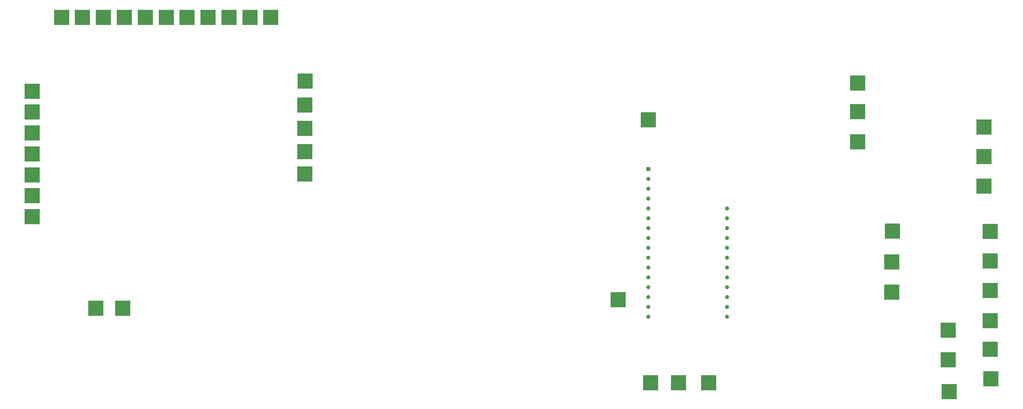
<source format=gbr>
%TF.GenerationSoftware,KiCad,Pcbnew,8.0.6*%
%TF.CreationDate,2025-04-07T11:26:50-07:00*%
%TF.ProjectId,csi_project,6373695f-7072-46f6-9a65-63742e6b6963,rev?*%
%TF.SameCoordinates,Original*%
%TF.FileFunction,Soldermask,Bot*%
%TF.FilePolarity,Negative*%
%FSLAX46Y46*%
G04 Gerber Fmt 4.6, Leading zero omitted, Abs format (unit mm)*
G04 Created by KiCad (PCBNEW 8.0.6) date 2025-04-07 11:26:50*
%MOMM*%
%LPD*%
G01*
G04 APERTURE LIST*
%ADD10R,4.000000X4.000000*%
%ADD11R,1.041400X1.041400*%
%ADD12C,1.041400*%
G04 APERTURE END LIST*
D10*
%TO.C,TP68*%
X244640000Y-52680000D03*
%TD*%
%TO.C,TP20*%
X71600000Y-28400000D03*
%TD*%
%TO.C,TP6*%
X102000000Y-57000000D03*
%TD*%
%TO.C,TP16*%
X182800000Y-101200000D03*
%TD*%
%TO.C,TP3*%
X31600000Y-79800000D03*
%TD*%
%TO.C,TP54*%
X278800000Y-114000000D03*
%TD*%
%TO.C,TP8*%
X87800000Y-28400000D03*
%TD*%
%TO.C,TP67*%
X244640000Y-45280000D03*
%TD*%
%TO.C,TP14*%
X102000000Y-51000000D03*
%TD*%
%TO.C,TP4*%
X102000000Y-68800000D03*
%TD*%
%TO.C,TP23*%
X55400000Y-28400000D03*
%TD*%
%TO.C,TP59*%
X268040000Y-116680000D03*
%TD*%
%TO.C,TP28*%
X31600000Y-58200000D03*
%TD*%
%TO.C,TP29*%
X31600000Y-52800000D03*
%TD*%
%TO.C,TP2*%
X31600000Y-74400000D03*
%TD*%
%TO.C,TP1*%
X31600000Y-47400000D03*
%TD*%
%TO.C,TP75*%
X268040000Y-109080000D03*
%TD*%
%TO.C,TP17*%
X55000000Y-103400000D03*
%TD*%
%TO.C,TP53*%
X278800000Y-106600000D03*
%TD*%
%TO.C,TP7*%
X93200000Y-28400000D03*
%TD*%
%TO.C,TP63*%
X277240000Y-56680000D03*
%TD*%
%TO.C,TP13*%
X102050000Y-44800000D03*
%TD*%
%TO.C,TP26*%
X31600000Y-69000000D03*
%TD*%
%TO.C,TP52*%
X278800000Y-98800000D03*
%TD*%
%TO.C,TP62*%
X277240000Y-64280000D03*
%TD*%
%TO.C,TP58*%
X268240000Y-124880000D03*
%TD*%
%TO.C,TP74*%
X253440000Y-99280000D03*
%TD*%
%TO.C,TP57*%
X198400000Y-122600000D03*
%TD*%
%TO.C,TP5*%
X102000000Y-63000000D03*
%TD*%
%TO.C,TP25*%
X44600000Y-28400000D03*
%TD*%
%TO.C,TP66*%
X206200000Y-122600000D03*
%TD*%
%TO.C,TP69*%
X244640000Y-60480000D03*
%TD*%
%TO.C,TP55*%
X279000000Y-121600000D03*
%TD*%
%TO.C,TP39*%
X278800000Y-83600000D03*
%TD*%
%TO.C,TP64*%
X190600000Y-54800000D03*
%TD*%
%TO.C,TP60*%
X253640000Y-83480000D03*
%TD*%
%TO.C,TP22*%
X60800000Y-28400000D03*
%TD*%
%TO.C,TP73*%
X253440000Y-91480000D03*
%TD*%
%TO.C,TP21*%
X66200000Y-28400000D03*
%TD*%
%TO.C,TP40*%
X278800000Y-91200000D03*
%TD*%
%TO.C,TP27*%
X31600000Y-63600000D03*
%TD*%
%TO.C,TP18*%
X82400000Y-28400000D03*
%TD*%
%TO.C,TP19*%
X77000000Y-28400000D03*
%TD*%
%TO.C,TP61*%
X277240000Y-71880000D03*
%TD*%
D11*
%TO.C,U16*%
X190640000Y-67480000D03*
D12*
X190640000Y-70020000D03*
X190640000Y-72560000D03*
X190640000Y-75100000D03*
X190640000Y-77640000D03*
X190640000Y-80180000D03*
X190640000Y-82720000D03*
X190640000Y-85260000D03*
X190640000Y-87800000D03*
X190640000Y-90340000D03*
X190640000Y-92880000D03*
X190640000Y-95420000D03*
X190640000Y-97960000D03*
X190640000Y-100500000D03*
X190640000Y-103040000D03*
X190640000Y-105580000D03*
X210960000Y-105580000D03*
X210960000Y-103040000D03*
X210960000Y-100500000D03*
X210960000Y-97960000D03*
X210960000Y-95420000D03*
X210960000Y-92880000D03*
X210960000Y-90340000D03*
X210960000Y-87800000D03*
X210960000Y-85260000D03*
X210960000Y-82720000D03*
X210960000Y-80180000D03*
X210960000Y-77640000D03*
%TD*%
D10*
%TO.C,TP56*%
X191200000Y-122600000D03*
%TD*%
%TO.C,TP38*%
X48000000Y-103400000D03*
%TD*%
%TO.C,TP9*%
X39200000Y-28400000D03*
%TD*%
%TO.C,TP24*%
X50000000Y-28400000D03*
%TD*%
M02*

</source>
